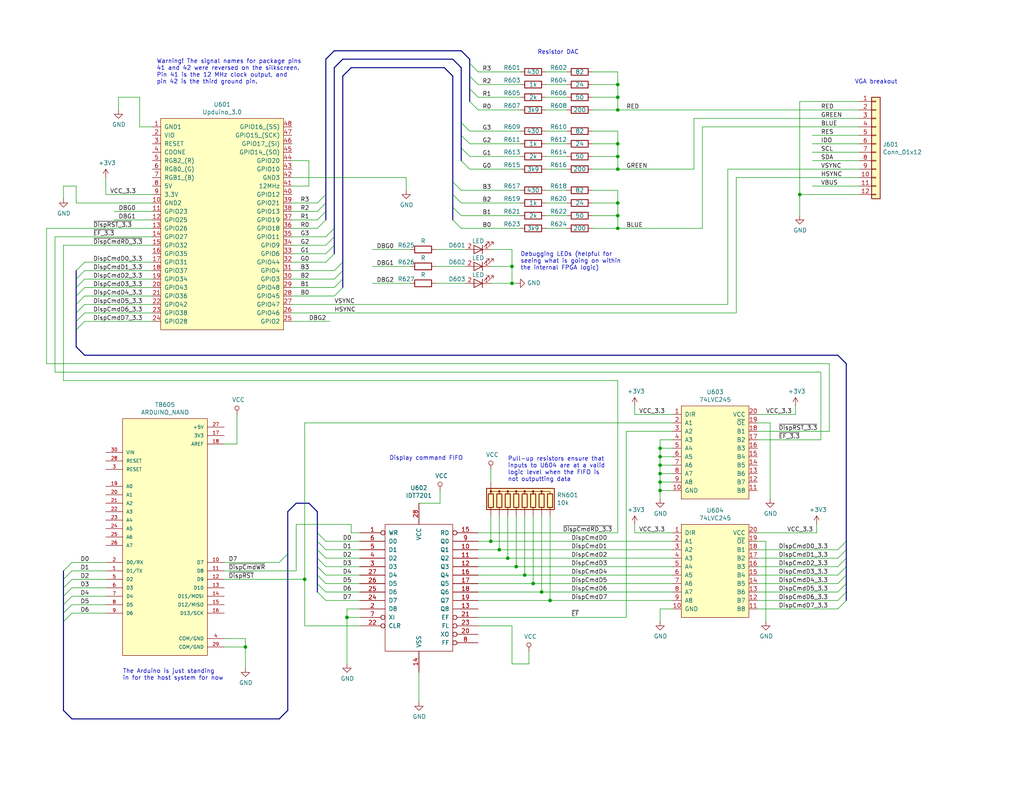
<source format=kicad_sch>
(kicad_sch (version 20211123) (generator eeschema)
  (paper "User" 307.34 237.49)
  (title_block (title "Display"))
  (lib_symbols
    (symbol "74LVC245:74LVC245" (pin_names (offset 1.016))
      (property "Reference" "U" (at 0 15.24 0))
      (property "Value" "74LVC245" (at 0 -16.51 0))
      (symbol "74LVC245_1_1"
        (pin input line (at -12.7 11.43 0) (length 2.54) (name "DIR") (number "1"))
        (pin power_in line (at -12.7 -11.43 0) (length 2.54) (name "GND") (number "10"))
        (pin bidirectional line (at 12.7 -11.43 180) (length 2.54) (name "B8") (number "11"))
        (pin bidirectional line (at 12.7 -8.89 180) (length 2.54) (name "B7") (number "12"))
        (pin bidirectional line (at 12.7 -6.35 180) (length 2.54) (name "B6") (number "13"))
        (pin bidirectional line (at 12.7 -3.81 180) (length 2.54) (name "B5") (number "14"))
        (pin bidirectional line (at 12.7 -1.27 180) (length 2.54) (name "B4") (number "15"))
        (pin bidirectional line (at 12.7 1.27 180) (length 2.54) (name "B3") (number "16"))
        (pin bidirectional line (at 12.7 3.81 180) (length 2.54) (name "B2") (number "17"))
        (pin bidirectional line (at 12.7 6.35 180) (length 2.54) (name "B1") (number "18"))
        (pin input line (at 12.7 8.89 180) (length 2.54) (name "~{OE}") (number "19"))
        (pin bidirectional line (at -12.7 8.89 0) (length 2.54) (name "A1") (number "2"))
        (pin power_in line (at 12.7 11.43 180) (length 2.54) (name "VCC") (number "20"))
        (pin bidirectional line (at -12.7 6.35 0) (length 2.54) (name "A2") (number "3"))
        (pin bidirectional line (at -12.7 3.81 0) (length 2.54) (name "A3") (number "4"))
        (pin bidirectional line (at -12.7 1.27 0) (length 2.54) (name "A4") (number "5"))
        (pin bidirectional line (at -12.7 -1.27 0) (length 2.54) (name "A5") (number "6"))
        (pin bidirectional line (at -12.7 -3.81 0) (length 2.54) (name "A6") (number "7"))
        (pin bidirectional line (at -12.7 -6.35 0) (length 2.54) (name "A7") (number "8"))
        (pin bidirectional line (at -12.7 -8.89 0) (length 2.54) (name "A8") (number "9"))
      )
    )
    (symbol "ARDUINO_NANO:ARDUINO_NANO" (pin_names (offset 1.016))
      (property "Reference" "TB" (at -1.27 36.83 0))
      (property "Value" "ARDUINO_NANO" (at -6.35 -38.1 0))
      (symbol "ARDUINO_NANO_0_0"
        (pin bidirectional line (at -17.78 -10.16 0) (length 5.08) (name "D1/TX") (number "1"))
        (pin bidirectional line (at 17.78 -7.62 180) (length 5.08) (name "D7") (number "10"))
        (pin bidirectional line (at 17.78 -10.16 180) (length 5.08) (name "D8") (number "11"))
        (pin bidirectional line (at 17.78 -12.7 180) (length 5.08) (name "D9") (number "12"))
        (pin bidirectional line (at 17.78 -15.24 180) (length 5.08) (name "D10") (number "13"))
        (pin bidirectional line (at 17.78 -17.78 180) (length 5.08) (name "D11/MOSI") (number "14"))
        (pin bidirectional line (at 17.78 -20.32 180) (length 5.08) (name "D12/MISO") (number "15"))
        (pin bidirectional line (at 17.78 -22.86 180) (length 5.08) (name "D13/SCK") (number "16"))
        (pin power_in line (at 17.78 30.48 180) (length 5.08) (name "3V3") (number "17"))
        (pin power_in line (at 17.78 27.94 180) (length 5.08) (name "AREF") (number "18"))
        (pin input line (at -17.78 15.24 0) (length 5.08) (name "A0") (number "19"))
        (pin bidirectional line (at -17.78 -7.62 0) (length 5.08) (name "D0/RX") (number "2"))
        (pin input line (at -17.78 12.7 0) (length 5.08) (name "A1") (number "20"))
        (pin input line (at -17.78 10.16 0) (length 5.08) (name "A2") (number "21"))
        (pin input line (at -17.78 7.62 0) (length 5.08) (name "A3") (number "22"))
        (pin input line (at -17.78 5.08 0) (length 5.08) (name "A4") (number "23"))
        (pin input line (at -17.78 2.54 0) (length 5.08) (name "A5") (number "24"))
        (pin input line (at -17.78 0 0) (length 5.08) (name "A6") (number "25"))
        (pin input line (at -17.78 -2.54 0) (length 5.08) (name "A7") (number "26"))
        (pin power_in line (at 17.78 33.02 180) (length 5.08) (name "+5V") (number "27"))
        (pin input line (at -17.78 22.86 0) (length 5.08) (name "RESET") (number "28"))
        (pin power_in line (at 17.78 -33.02 180) (length 5.08) (name "COM/GND") (number "29"))
        (pin input line (at -17.78 20.32 0) (length 5.08) (name "RESET") (number "3"))
        (pin input line (at -17.78 25.4 0) (length 5.08) (name "VIN") (number "30"))
        (pin power_in line (at 17.78 -30.48 180) (length 5.08) (name "COM/GND") (number "4"))
        (pin bidirectional line (at -17.78 -12.7 0) (length 5.08) (name "D2") (number "5"))
        (pin bidirectional line (at -17.78 -15.24 0) (length 5.08) (name "D3") (number "6"))
        (pin bidirectional line (at -17.78 -17.78 0) (length 5.08) (name "D4") (number "7"))
        (pin bidirectional line (at -17.78 -20.32 0) (length 5.08) (name "D5") (number "8"))
        (pin bidirectional line (at -17.78 -22.86 0) (length 5.08) (name "D6") (number "9"))
      )
    )
    (symbol "Connector_Generic:Conn_01x12" (pin_names (offset 1.016) hide)
      (property "Reference" "J" (at 0 15.24 0))
      (property "Value" "Conn_01x12" (at 0 -17.78 0))
      (symbol "Conn_01x12_1_1"
        (pin passive line (at -5.08 12.7 0) (length 3.81) (name "Pin_1") (number "1"))
        (pin passive line (at -5.08 -10.16 0) (length 3.81) (name "Pin_10") (number "10"))
        (pin passive line (at -5.08 -12.7 0) (length 3.81) (name "Pin_11") (number "11"))
        (pin passive line (at -5.08 -15.24 0) (length 3.81) (name "Pin_12") (number "12"))
        (pin passive line (at -5.08 10.16 0) (length 3.81) (name "Pin_2") (number "2"))
        (pin passive line (at -5.08 7.62 0) (length 3.81) (name "Pin_3") (number "3"))
        (pin passive line (at -5.08 5.08 0) (length 3.81) (name "Pin_4") (number "4"))
        (pin passive line (at -5.08 2.54 0) (length 3.81) (name "Pin_5") (number "5"))
        (pin passive line (at -5.08 0 0) (length 3.81) (name "Pin_6") (number "6"))
        (pin passive line (at -5.08 -2.54 0) (length 3.81) (name "Pin_7") (number "7"))
        (pin passive line (at -5.08 -5.08 0) (length 3.81) (name "Pin_8") (number "8"))
        (pin passive line (at -5.08 -7.62 0) (length 3.81) (name "Pin_9") (number "9"))
      )
    )
    (symbol "Upduino_3.0:Upduino_3.0" (pin_names (offset 1.016))
      (property "Reference" "U" (at 0 -1.27 0))
      (property "Value" "Upduino_3.0" (at 0 1.27 0))
      (symbol "Upduino_3.0_1_1"
        (pin power_in line (at -21.59 -5.08 0) (length 2.54) (name "GND1") (number "1"))
        (pin power_in line (at -21.59 -27.94 0) (length 2.54) (name "GND2") (number "10"))
        (pin bidirectional line (at -21.59 -30.48 0) (length 2.54) (name "GPIO23") (number "11"))
        (pin bidirectional line (at -21.59 -33.02 0) (length 2.54) (name "GPIO25") (number "12"))
        (pin bidirectional line (at -21.59 -35.56 0) (length 2.54) (name "GPIO26") (number "13"))
        (pin bidirectional line (at -21.59 -38.1 0) (length 2.54) (name "GPIO27") (number "14"))
        (pin bidirectional line (at -21.59 -40.64 0) (length 2.54) (name "GPIO32") (number "15"))
        (pin bidirectional line (at -21.59 -43.18 0) (length 2.54) (name "GPIO35") (number "16"))
        (pin bidirectional line (at -21.59 -45.72 0) (length 2.54) (name "GPIO31") (number "17"))
        (pin bidirectional line (at -21.59 -48.26 0) (length 2.54) (name "GPIO37") (number "18"))
        (pin bidirectional line (at -21.59 -50.8 0) (length 2.54) (name "GPIO34") (number "19"))
        (pin power_in line (at -21.59 -7.62 0) (length 2.54) (name "VIO") (number "2"))
        (pin bidirectional line (at -21.59 -53.34 0) (length 2.54) (name "GPIO43") (number "20"))
        (pin bidirectional line (at -21.59 -55.88 0) (length 2.54) (name "GPIO36") (number "21"))
        (pin bidirectional line (at -21.59 -58.42 0) (length 2.54) (name "GPIO42") (number "22"))
        (pin bidirectional line (at -21.59 -60.96 0) (length 2.54) (name "GPIO38") (number "23"))
        (pin bidirectional line (at -21.59 -63.5 0) (length 2.54) (name "GPIO28") (number "24"))
        (pin bidirectional line (at 20.32 -63.5 180) (length 2.54) (name "GPIO2") (number "25"))
        (pin bidirectional line (at 20.32 -60.96 180) (length 2.54) (name "GPIO46") (number "26"))
        (pin bidirectional line (at 20.32 -58.42 180) (length 2.54) (name "GPIO47") (number "27"))
        (pin bidirectional line (at 20.32 -55.88 180) (length 2.54) (name "GPIO45") (number "28"))
        (pin bidirectional line (at 20.32 -53.34 180) (length 2.54) (name "GPIO48") (number "29"))
        (pin bidirectional line (at -21.59 -10.16 0) (length 2.54) (name "RESET") (number "3"))
        (pin bidirectional line (at 20.32 -50.8 180) (length 2.54) (name "GPIO3") (number "30"))
        (pin bidirectional line (at 20.32 -48.26 180) (length 2.54) (name "GPIO4") (number "31"))
        (pin bidirectional line (at 20.32 -45.72 180) (length 2.54) (name "GPIO44") (number "32"))
        (pin bidirectional line (at 20.32 -43.18 180) (length 2.54) (name "GPIO6") (number "33"))
        (pin bidirectional line (at 20.32 -40.64 180) (length 2.54) (name "GPIO9") (number "34"))
        (pin bidirectional line (at 20.32 -38.1 180) (length 2.54) (name "GPIO11") (number "35"))
        (pin bidirectional line (at 20.32 -35.56 180) (length 2.54) (name "GPIO18") (number "36"))
        (pin bidirectional line (at 20.32 -33.02 180) (length 2.54) (name "GPIO19") (number "37"))
        (pin bidirectional line (at 20.32 -30.48 180) (length 2.54) (name "GPIO13") (number "38"))
        (pin bidirectional line (at 20.32 -27.94 180) (length 2.54) (name "GPIO21") (number "39"))
        (pin bidirectional line (at -21.59 -12.7 0) (length 2.54) (name "CDONE") (number "4"))
        (pin bidirectional line (at 20.32 -25.4 180) (length 2.54) (name "GPIO12") (number "40"))
        (pin output line (at 20.32 -22.86 180) (length 2.54) (name "12MHz") (number "41"))
        (pin power_in line (at 20.32 -20.32 180) (length 2.54) (name "GND3") (number "42"))
        (pin bidirectional line (at 20.32 -17.78 180) (length 2.54) (name "GPIO10") (number "43"))
        (pin bidirectional line (at 20.32 -15.24 180) (length 2.54) (name "GPIO20") (number "44"))
        (pin bidirectional line (at 20.32 -12.7 180) (length 2.54) (name "GPIO14_(SO)") (number "45"))
        (pin bidirectional line (at 20.32 -10.16 180) (length 2.54) (name "GPIO17_(SI)") (number "46"))
        (pin bidirectional line (at 20.32 -7.62 180) (length 2.54) (name "GPIO15_(SCK)") (number "47"))
        (pin bidirectional line (at 20.32 -5.08 180) (length 2.54) (name "GPIO16_(SS)") (number "48"))
        (pin output line (at -21.59 -15.24 0) (length 2.54) (name "RGB2_(R)") (number "5"))
        (pin output line (at -21.59 -17.78 0) (length 2.54) (name "RGB0_(G)") (number "6"))
        (pin output line (at -21.59 -20.32 0) (length 2.54) (name "RGB1_(B)") (number "7"))
        (pin power_in line (at -21.59 -22.86 0) (length 2.54) (name "5V") (number "8"))
        (pin power_out line (at -21.59 -25.4 0) (length 2.54) (name "3.3V") (number "9"))
      )
    )
    (symbol "device:LED" (pin_names (offset 1.016) hide)
      (property "Reference" "D" (at 0 2.54 0))
      (property "Value" "LED" (at 0 -2.54 0))
      (symbol "LED_1_1"
        (pin passive line (at -3.81 0 0) (length 2.54) (name "K") (number "1"))
        (pin passive line (at 3.81 0 180) (length 2.54) (name "A") (number "2"))
      )
    )
    (symbol "device:R" (pin_numbers hide) (pin_names (offset 0))
      (property "Reference" "R" (at 2.032 0 90))
      (property "Value" "R" (at 0 0 90))
      (symbol "R_1_1"
        (pin passive line (at 0 3.81 270) (length 1.27) (name "~") (number "1"))
        (pin passive line (at 0 -3.81 90) (length 1.27) (name "~") (number "2"))
      )
    )
    (symbol "device:R_Network08" (pin_numbers hide) (pin_names (offset 0) hide)
      (property "Reference" "RN" (at -12.7 0 90))
      (property "Value" "R_Network08" (at 10.16 0 90))
      (symbol "R_Network08_1_1"
        (pin passive line (at -10.16 5.08 270) (length 2.54) (name "common") (number "1"))
        (pin passive line (at -10.16 -5.08 90) (length 2.54) (name "R1") (number "2"))
        (pin passive line (at -7.62 -5.08 90) (length 2.54) (name "R2") (number "3"))
        (pin passive line (at -5.08 -5.08 90) (length 2.54) (name "R3") (number "4"))
        (pin passive line (at -2.54 -5.08 90) (length 2.54) (name "R4") (number "5"))
        (pin passive line (at 0 -5.08 90) (length 2.54) (name "R5") (number "6"))
        (pin passive line (at 2.54 -5.08 90) (length 2.54) (name "R6") (number "7"))
        (pin passive line (at 5.08 -5.08 90) (length 2.54) (name "R7") (number "8"))
        (pin passive line (at 7.62 -5.08 90) (length 2.54) (name "R8") (number "9"))
      )
    )
    (symbol "memory:IDT7201" (pin_names (offset 1.016))
      (property "Reference" "U" (at 0 2.54 0))
      (property "Value" "IDT7201" (at 0 -2.54 0))
      (symbol "IDT7201_1_1"
        (pin input inverted (at -17.78 16.51 0) (length 7.62) (name "WR") (number "1"))
        (pin tri_state line (at 17.78 11.43 180) (length 7.62) (name "Q1") (number "10"))
        (pin tri_state line (at 17.78 8.89 180) (length 7.62) (name "Q2") (number "11"))
        (pin tri_state line (at 17.78 6.35 180) (length 7.62) (name "Q3") (number "12"))
        (pin tri_state line (at 17.78 -6.35 180) (length 7.62) (name "Q8") (number "13"))
        (pin input line (at 0 -25.4 90) (length 6.35) (name "VSS") (number "14"))
        (pin input inverted (at 17.78 16.51 180) (length 7.62) (name "RD") (number "15"))
        (pin tri_state line (at 17.78 3.81 180) (length 7.62) (name "Q4") (number "16"))
        (pin tri_state line (at 17.78 1.27 180) (length 7.62) (name "Q5") (number "17"))
        (pin tri_state line (at 17.78 -1.27 180) (length 7.62) (name "Q6") (number "18"))
        (pin tri_state line (at 17.78 -3.81 180) (length 7.62) (name "Q7") (number "19"))
        (pin input line (at -17.78 -6.35 0) (length 7.62) (name "D8") (number "2"))
        (pin input inverted (at 17.78 -13.97 180) (length 7.62) (name "XO") (number "20"))
        (pin output inverted (at 17.78 -8.89 180) (length 7.62) (name "EF") (number "21"))
        (pin input inverted (at -17.78 -11.43 0) (length 7.62) (name "CLR") (number "22"))
        (pin input inverted (at 17.78 -11.43 180) (length 7.62) (name "FL") (number "23"))
        (pin input line (at -17.78 -3.81 0) (length 7.62) (name "D7") (number "24"))
        (pin input line (at -17.78 -1.27 0) (length 7.62) (name "D6") (number "25"))
        (pin input line (at -17.78 1.27 0) (length 7.62) (name "D5") (number "26"))
        (pin input line (at -17.78 3.81 0) (length 7.62) (name "D4") (number "27"))
        (pin input line (at 0 25.4 270) (length 6.35) (name "VCC") (number "28"))
        (pin input line (at -17.78 6.35 0) (length 7.62) (name "D3") (number "3"))
        (pin input line (at -17.78 8.89 0) (length 7.62) (name "D2") (number "4"))
        (pin input line (at -17.78 11.43 0) (length 7.62) (name "D1") (number "5"))
        (pin input line (at -17.78 13.97 0) (length 7.62) (name "D0") (number "6"))
        (pin input inverted (at -17.78 -8.89 0) (length 7.62) (name "XI") (number "7"))
        (pin output inverted (at 17.78 -16.51 180) (length 7.62) (name "FF") (number "8"))
        (pin tri_state line (at 17.78 13.97 180) (length 7.62) (name "Q0") (number "9"))
      )
    )
    (symbol "power:+3V3" (power) (pin_names (offset 0))
      (property "Value" "+3V3" (at 0 3.556 0))
      (symbol "+3V3_1_1"
        (pin power_in line (at 0 0 90) (length 0) hide (name "+3V3") (number "1"))
      )
    )
    (symbol "power:GND" (power) (pin_names (offset 0))
      (property "Value" "GND" (at 0 -3.81 0))
      (symbol "GND_1_1"
        (pin power_in line (at 0 0 270) (length 0) hide (name "GND") (number "1"))
      )
    )
    (symbol "power:VCC" (power) (pin_names (offset 0))
      (property "Value" "VCC" (at 0 3.81 0))
      (symbol "VCC_1_1"
        (pin power_in line (at 0 0 90) (length 0) hide (name "VCC") (number "1"))
      )
    )
  )
  (junction (at 240.03 58.42))
  (junction (at 149.86 165.1))
  (junction (at 91.44 173.99))
  (junction (at 160.02 175.26))
  (junction (at 185.42 46.99))
  (junction (at 185.42 29.21))
  (junction (at 185.42 25.4))
  (junction (at 154.94 170.18))
  (junction (at 153.67 80.01))
  (junction (at 185.42 33.02))
  (junction (at 198.12 137.16))
  (junction (at 198.12 134.62))
  (junction (at 73.66 194.31))
  (junction (at 198.12 147.32))
  (junction (at 185.42 60.96))
  (junction (at 153.67 85.09))
  (junction (at 165.1 180.34))
  (junction (at 157.48 172.72))
  (junction (at 198.12 139.7))
  (junction (at 104.14 185.42))
  (junction (at 185.42 64.77))
  (junction (at 162.56 177.8))
  (junction (at 185.42 50.8))
  (junction (at 198.12 142.24))
  (junction (at 198.12 144.78))
  (junction (at 152.4 167.64))
  (junction (at 185.42 68.58))
  (junction (at 185.42 43.18))
  (junction (at 147.32 162.56))
  (bus_entry (at 95.25 165.1) (size 2.54 2.54))
  (bus_entry (at 251.46 177.8) (size 2.54 -2.54))
  (bus_entry (at 251.46 170.18) (size 2.54 -2.54))
  (bus_entry (at 251.46 167.64) (size 2.54 -2.54))
  (bus_entry (at 95.25 167.64) (size 2.54 2.54))
  (bus_entry (at 135.89 58.42) (size 2.54 2.54))
  (bus_entry (at 22.86 93.98) (size 2.54 -2.54))
  (bus_entry (at 140.97 30.48) (size 2.54 2.54))
  (bus_entry (at 97.79 78.74) (size 2.54 -2.54))
  (bus_entry (at 95.25 63.5) (size 2.54 -2.54))
  (bus_entry (at 97.79 71.12) (size 2.54 -2.54))
  (bus_entry (at 251.46 172.72) (size 2.54 -2.54))
  (bus_entry (at 95.25 160.02) (size 2.54 2.54))
  (bus_entry (at 95.25 60.96) (size 2.54 -2.54))
  (bus_entry (at 140.97 22.86) (size 2.54 2.54))
  (bus_entry (at 135.89 62.23) (size 2.54 2.54))
  (bus_entry (at 251.46 180.34) (size 2.54 -2.54))
  (bus_entry (at 95.25 66.04) (size 2.54 -2.54))
  (bus_entry (at 97.79 73.66) (size 2.54 -2.54))
  (bus_entry (at 22.86 88.9) (size 2.54 -2.54))
  (bus_entry (at 140.97 26.67) (size 2.54 2.54))
  (bus_entry (at 22.86 81.28) (size 2.54 -2.54))
  (bus_entry (at 97.79 76.2) (size 2.54 -2.54))
  (bus_entry (at 22.86 86.36) (size 2.54 -2.54))
  (bus_entry (at 138.43 36.83) (size 2.54 2.54))
  (bus_entry (at 83.82 168.91) (size 2.54 -2.54))
  (bus_entry (at 19.05 181.61) (size 2.54 -2.54))
  (bus_entry (at 251.46 182.88) (size 2.54 -2.54))
  (bus_entry (at 138.43 44.45) (size 2.54 2.54))
  (bus_entry (at 138.43 48.26) (size 2.54 2.54))
  (bus_entry (at 100.33 83.82) (size 2.54 -2.54))
  (bus_entry (at 19.05 173.99) (size 2.54 -2.54))
  (bus_entry (at 95.25 172.72) (size 2.54 2.54))
  (bus_entry (at 140.97 19.05) (size 2.54 2.54))
  (bus_entry (at 100.33 86.36) (size 2.54 -2.54))
  (bus_entry (at 100.33 81.28) (size 2.54 -2.54))
  (bus_entry (at 135.89 54.61) (size 2.54 2.54))
  (bus_entry (at 22.86 91.44) (size 2.54 -2.54))
  (bus_entry (at 251.46 165.1) (size 2.54 -2.54))
  (bus_entry (at 22.86 99.06) (size 2.54 -2.54))
  (bus_entry (at 19.05 184.15) (size 2.54 -2.54))
  (bus_entry (at 95.25 170.18) (size 2.54 2.54))
  (bus_entry (at 95.25 68.58) (size 2.54 -2.54))
  (bus_entry (at 135.89 66.04) (size 2.54 2.54))
  (bus_entry (at 95.25 177.8) (size 2.54 2.54))
  (bus_entry (at 22.86 83.82) (size 2.54 -2.54))
  (bus_entry (at 19.05 176.53) (size 2.54 -2.54))
  (bus_entry (at 22.86 96.52) (size 2.54 -2.54))
  (bus_entry (at 100.33 88.9) (size 2.54 -2.54))
  (bus_entry (at 19.05 186.69) (size 2.54 -2.54))
  (bus_entry (at 138.43 40.64) (size 2.54 2.54))
  (bus_entry (at 95.25 175.26) (size 2.54 2.54))
  (bus_entry (at 95.25 162.56) (size 2.54 2.54))
  (bus_entry (at 19.05 171.45) (size 2.54 -2.54))
  (bus_entry (at 251.46 175.26) (size 2.54 -2.54))
  (bus_entry (at 19.05 179.07) (size 2.54 -2.54))
  (wire (pts (xy 238.76 124.46) (xy 227.33 124.46)))
  (wire (pts (xy 246.38 132.08) (xy 246.38 111.76)))
  (wire (pts (xy 107.95 167.64) (xy 97.79 167.64)))
  (wire (pts (xy 111.76 80.01) (xy 123.19 80.01)))
  (wire (pts (xy 87.63 53.34) (xy 121.92 53.34)))
  (wire (pts (xy 45.72 88.9) (xy 25.4 88.9)))
  (wire (pts (xy 257.81 38.1) (xy 210.82 38.1)))
  (wire (pts (xy 185.42 29.21) (xy 177.8 29.21)))
  (bus (pts (xy 95.25 162.56) (xy 95.25 165.1)))
  (wire (pts (xy 163.83 43.18) (xy 170.18 43.18)))
  (wire (pts (xy 198.12 139.7) (xy 198.12 142.24)))
  (bus (pts (xy 100.33 20.32) (xy 100.33 68.58)))
  (bus (pts (xy 95.25 170.18) (xy 95.25 172.72)))
  (wire (pts (xy 198.12 147.32) (xy 198.12 149.86)))
  (wire (pts (xy 158.75 199.39) (xy 158.75 195.58)))
  (wire (pts (xy 143.51 187.96) (xy 153.67 187.96)))
  (wire (pts (xy 87.63 60.96) (xy 95.25 60.96)))
  (wire (pts (xy 185.42 25.4) (xy 185.42 29.21)))
  (wire (pts (xy 210.82 38.1) (xy 210.82 68.58)))
  (wire (pts (xy 87.63 73.66) (xy 97.79 73.66)))
  (wire (pts (xy 208.28 35.56) (xy 208.28 50.8)))
  (bus (pts (xy 135.89 17.78) (xy 138.43 20.32)))
  (wire (pts (xy 111.76 85.09) (xy 123.19 85.09)))
  (wire (pts (xy 45.72 91.44) (xy 25.4 91.44)))
  (wire (pts (xy 227.33 177.8) (xy 251.46 177.8)))
  (bus (pts (xy 95.25 167.64) (xy 95.25 170.18)))
  (wire (pts (xy 41.91 38.1) (xy 41.91 29.21)))
  (wire (pts (xy 165.1 154.94) (xy 165.1 180.34)))
  (wire (pts (xy 163.83 64.77) (xy 170.18 64.77)))
  (wire (pts (xy 73.66 191.77) (xy 73.66 194.31)))
  (bus (pts (xy 138.43 44.45) (xy 138.43 48.26)))
  (wire (pts (xy 87.63 76.2) (xy 97.79 76.2)))
  (wire (pts (xy 87.63 66.04) (xy 95.25 66.04)))
  (wire (pts (xy 13.97 109.22) (xy 13.97 68.58)))
  (wire (pts (xy 185.42 60.96) (xy 177.8 60.96)))
  (wire (pts (xy 220.98 53.34) (xy 220.98 93.98)))
  (wire (pts (xy 91.44 187.96) (xy 107.95 187.96)))
  (bus (pts (xy 102.87 22.86) (xy 102.87 78.74)))
  (bus (pts (xy 102.87 83.82) (xy 102.87 86.36)))
  (wire (pts (xy 227.33 170.18) (xy 251.46 170.18)))
  (wire (pts (xy 163.83 68.58) (xy 170.18 68.58)))
  (bus (pts (xy 138.43 36.83) (xy 138.43 40.64)))
  (wire (pts (xy 201.93 177.8) (xy 162.56 177.8)))
  (bus (pts (xy 254 175.26) (xy 254 177.8)))
  (wire (pts (xy 201.93 180.34) (xy 165.1 180.34)))
  (wire (pts (xy 201.93 134.62) (xy 198.12 134.62)))
  (bus (pts (xy 86.36 153.67) (xy 86.36 166.37)))
  (wire (pts (xy 201.93 132.08) (xy 198.12 132.08)))
  (bus (pts (xy 100.33 73.66) (xy 100.33 76.2)))
  (wire (pts (xy 143.51 185.42) (xy 187.96 185.42)))
  (wire (pts (xy 22.86 60.96) (xy 22.86 55.88)))
  (wire (pts (xy 87.63 71.12) (xy 97.79 71.12)))
  (wire (pts (xy 246.38 111.76) (xy 16.51 111.76)))
  (wire (pts (xy 125.73 151.13) (xy 132.08 151.13)))
  (wire (pts (xy 138.43 57.15) (xy 156.21 57.15)))
  (wire (pts (xy 163.83 21.59) (xy 170.18 21.59)))
  (wire (pts (xy 185.42 64.77) (xy 185.42 68.58)))
  (wire (pts (xy 147.32 74.93) (xy 153.67 74.93)))
  (wire (pts (xy 227.33 182.88) (xy 251.46 182.88)))
  (wire (pts (xy 138.43 60.96) (xy 156.21 60.96)))
  (wire (pts (xy 19.05 114.3) (xy 19.05 73.66)))
  (wire (pts (xy 185.42 160.02) (xy 185.42 114.3)))
  (wire (pts (xy 201.93 147.32) (xy 198.12 147.32)))
  (wire (pts (xy 154.94 154.94) (xy 154.94 170.18)))
  (wire (pts (xy 87.63 86.36) (xy 100.33 86.36)))
  (wire (pts (xy 152.4 167.64) (xy 143.51 167.64)))
  (bus (pts (xy 251.46 106.68) (xy 25.4 106.68)))
  (bus (pts (xy 97.79 17.78) (xy 100.33 15.24)))
  (wire (pts (xy 149.86 165.1) (xy 143.51 165.1)))
  (wire (pts (xy 19.05 55.88) (xy 19.05 59.69)))
  (wire (pts (xy 149.86 154.94) (xy 149.86 165.1)))
  (wire (pts (xy 153.67 199.39) (xy 158.75 199.39)))
  (bus (pts (xy 19.05 186.69) (xy 19.05 213.36)))
  (wire (pts (xy 31.75 168.91) (xy 21.59 168.91)))
  (wire (pts (xy 67.31 173.99) (xy 91.44 173.99)))
  (bus (pts (xy 97.79 17.78) (xy 97.79 58.42)))
  (wire (pts (xy 218.44 50.8) (xy 218.44 91.44)))
  (bus (pts (xy 22.86 99.06) (xy 22.86 104.14)))
  (wire (pts (xy 31.75 181.61) (xy 21.59 181.61)))
  (wire (pts (xy 257.81 45.72) (xy 243.84 45.72)))
  (wire (pts (xy 163.83 46.99) (xy 170.18 46.99)))
  (bus (pts (xy 95.25 172.72) (xy 95.25 175.26)))
  (wire (pts (xy 45.72 81.28) (xy 25.4 81.28)))
  (wire (pts (xy 201.93 129.54) (xy 187.96 129.54)))
  (wire (pts (xy 257.81 50.8) (xy 218.44 50.8)))
  (wire (pts (xy 138.43 64.77) (xy 156.21 64.77)))
  (bus (pts (xy 86.36 166.37) (xy 86.36 213.36)))
  (bus (pts (xy 92.71 151.13) (xy 95.25 153.67)))
  (wire (pts (xy 185.42 21.59) (xy 185.42 25.4)))
  (bus (pts (xy 140.97 17.78) (xy 140.97 19.05)))
  (wire (pts (xy 107.95 180.34) (xy 97.79 180.34)))
  (wire (pts (xy 201.93 162.56) (xy 147.32 162.56)))
  (wire (pts (xy 140.97 50.8) (xy 156.21 50.8)))
  (wire (pts (xy 157.48 154.94) (xy 157.48 172.72)))
  (wire (pts (xy 105.41 160.02) (xy 107.95 160.02)))
  (wire (pts (xy 153.67 80.01) (xy 153.67 85.09)))
  (wire (pts (xy 227.33 175.26) (xy 251.46 175.26)))
  (wire (pts (xy 87.63 55.88) (xy 92.71 55.88)))
  (bus (pts (xy 92.71 151.13) (xy 88.9 151.13)))
  (wire (pts (xy 19.05 73.66) (xy 45.72 73.66)))
  (wire (pts (xy 45.72 78.74) (xy 25.4 78.74)))
  (wire (pts (xy 187.96 129.54) (xy 187.96 185.42)))
  (bus (pts (xy 19.05 173.99) (xy 19.05 176.53)))
  (bus (pts (xy 95.25 175.26) (xy 95.25 177.8)))
  (wire (pts (xy 125.73 201.93) (xy 125.73 210.82)))
  (wire (pts (xy 104.14 182.88) (xy 104.14 185.42)))
  (bus (pts (xy 140.97 19.05) (xy 140.97 22.86)))
  (bus (pts (xy 19.05 184.15) (xy 19.05 186.69)))
  (wire (pts (xy 147.32 162.56) (xy 143.51 162.56)))
  (wire (pts (xy 240.03 58.42) (xy 240.03 64.77)))
  (wire (pts (xy 201.93 139.7) (xy 198.12 139.7)))
  (wire (pts (xy 185.42 39.37) (xy 185.42 43.18)))
  (wire (pts (xy 67.31 194.31) (xy 73.66 194.31)))
  (wire (pts (xy 162.56 177.8) (xy 143.51 177.8)))
  (wire (pts (xy 160.02 175.26) (xy 143.51 175.26)))
  (wire (pts (xy 185.42 50.8) (xy 208.28 50.8)))
  (wire (pts (xy 16.51 111.76) (xy 16.51 71.12)))
  (wire (pts (xy 22.86 60.96) (xy 45.72 60.96)))
  (bus (pts (xy 133.35 20.32) (xy 135.89 22.86)))
  (wire (pts (xy 91.44 173.99) (xy 91.44 187.96)))
  (wire (pts (xy 185.42 50.8) (xy 177.8 50.8)))
  (wire (pts (xy 87.63 68.58) (xy 95.25 68.58)))
  (wire (pts (xy 231.14 127) (xy 231.14 149.86)))
  (wire (pts (xy 198.12 144.78) (xy 198.12 147.32)))
  (wire (pts (xy 147.32 154.94) (xy 147.32 162.56)))
  (wire (pts (xy 140.97 39.37) (xy 156.21 39.37)))
  (wire (pts (xy 88.9 171.45) (xy 67.31 171.45)))
  (wire (pts (xy 143.51 160.02) (xy 185.42 160.02)))
  (wire (pts (xy 45.72 66.04) (xy 34.29 66.04)))
  (wire (pts (xy 185.42 114.3) (xy 19.05 114.3)))
  (wire (pts (xy 67.31 133.35) (xy 71.12 133.35)))
  (wire (pts (xy 87.63 63.5) (xy 95.25 63.5)))
  (bus (pts (xy 83.82 215.9) (xy 86.36 213.36)))
  (wire (pts (xy 227.33 127) (xy 231.14 127)))
  (wire (pts (xy 88.9 157.48) (xy 105.41 157.48)))
  (bus (pts (xy 254 172.72) (xy 254 175.26)))
  (bus (pts (xy 22.86 81.28) (xy 22.86 83.82)))
  (wire (pts (xy 185.42 64.77) (xy 177.8 64.77)))
  (bus (pts (xy 254 165.1) (xy 254 167.64)))
  (wire (pts (xy 201.93 124.46) (xy 190.5 124.46)))
  (bus (pts (xy 22.86 91.44) (xy 22.86 93.98)))
  (wire (pts (xy 185.42 25.4) (xy 177.8 25.4)))
  (wire (pts (xy 185.42 43.18) (xy 185.42 46.99)))
  (wire (pts (xy 140.97 46.99) (xy 156.21 46.99)))
  (wire (pts (xy 67.31 168.91) (xy 83.82 168.91)))
  (wire (pts (xy 45.72 93.98) (xy 25.4 93.98)))
  (wire (pts (xy 201.93 172.72) (xy 157.48 172.72)))
  (wire (pts (xy 107.95 177.8) (xy 97.79 177.8)))
  (wire (pts (xy 238.76 121.92) (xy 238.76 124.46)))
  (wire (pts (xy 201.93 167.64) (xy 152.4 167.64)))
  (bus (pts (xy 254 167.64) (xy 254 170.18)))
  (wire (pts (xy 31.75 173.99) (xy 21.59 173.99)))
  (bus (pts (xy 105.41 20.32) (xy 133.35 20.32)))
  (bus (pts (xy 97.79 58.42) (xy 97.79 60.96)))
  (bus (pts (xy 135.89 22.86) (xy 135.89 54.61)))
  (wire (pts (xy 198.12 137.16) (xy 198.12 139.7)))
  (wire (pts (xy 163.83 25.4) (xy 170.18 25.4)))
  (bus (pts (xy 254 170.18) (xy 254 172.72)))
  (wire (pts (xy 245.11 157.48) (xy 245.11 160.02)))
  (wire (pts (xy 163.83 29.21) (xy 170.18 29.21)))
  (bus (pts (xy 86.36 153.67) (xy 88.9 151.13)))
  (wire (pts (xy 185.42 57.15) (xy 185.42 60.96)))
  (wire (pts (xy 201.93 160.02) (xy 190.5 160.02)))
  (wire (pts (xy 160.02 154.94) (xy 160.02 175.26)))
  (wire (pts (xy 147.32 80.01) (xy 153.67 80.01)))
  (wire (pts (xy 201.93 182.88) (xy 198.12 182.88)))
  (bus (pts (xy 102.87 81.28) (xy 102.87 83.82)))
  (wire (pts (xy 185.42 21.59) (xy 177.8 21.59)))
  (wire (pts (xy 198.12 142.24) (xy 198.12 144.78)))
  (wire (pts (xy 138.43 68.58) (xy 156.21 68.58)))
  (wire (pts (xy 71.12 133.35) (xy 71.12 124.46)))
  (wire (pts (xy 201.93 170.18) (xy 154.94 170.18)))
  (wire (pts (xy 157.48 172.72) (xy 143.51 172.72)))
  (wire (pts (xy 22.86 55.88) (xy 19.05 55.88)))
  (bus (pts (xy 22.86 88.9) (xy 22.86 91.44)))
  (bus (pts (xy 254 162.56) (xy 254 165.1)))
  (wire (pts (xy 31.75 179.07) (xy 21.59 179.07)))
  (wire (pts (xy 147.32 85.09) (xy 153.67 85.09)))
  (bus (pts (xy 97.79 60.96) (xy 97.79 63.5)))
  (bus (pts (xy 19.05 181.61) (xy 19.05 184.15)))
  (wire (pts (xy 105.41 157.48) (xy 105.41 160.02)))
  (wire (pts (xy 87.63 83.82) (xy 100.33 83.82)))
  (bus (pts (xy 251.46 106.68) (xy 254 109.22)))
  (bus (pts (xy 135.89 62.23) (xy 135.89 66.04)))
  (wire (pts (xy 107.95 162.56) (xy 97.79 162.56)))
  (wire (pts (xy 257.81 48.26) (xy 243.84 48.26)))
  (bus (pts (xy 22.86 96.52) (xy 22.86 99.06)))
  (wire (pts (xy 31.75 58.42) (xy 45.72 58.42)))
  (wire (pts (xy 201.93 137.16) (xy 198.12 137.16)))
  (bus (pts (xy 97.79 63.5) (xy 97.79 66.04)))
  (wire (pts (xy 163.83 50.8) (xy 170.18 50.8)))
  (wire (pts (xy 163.83 39.37) (xy 170.18 39.37)))
  (wire (pts (xy 185.42 39.37) (xy 177.8 39.37)))
  (wire (pts (xy 163.83 57.15) (xy 170.18 57.15)))
  (wire (pts (xy 227.33 132.08) (xy 246.38 132.08)))
  (wire (pts (xy 165.1 180.34) (xy 143.51 180.34)))
  (wire (pts (xy 132.08 151.13) (xy 132.08 147.32)))
  (wire (pts (xy 190.5 157.48) (xy 190.5 160.02)))
  (bus (pts (xy 135.89 58.42) (xy 135.89 62.23)))
  (bus (pts (xy 140.97 26.67) (xy 140.97 30.48)))
  (wire (pts (xy 227.33 165.1) (xy 251.46 165.1)))
  (wire (pts (xy 185.42 57.15) (xy 177.8 57.15)))
  (wire (pts (xy 45.72 38.1) (xy 41.91 38.1)))
  (wire (pts (xy 240.03 30.48) (xy 240.03 58.42)))
  (bus (pts (xy 19.05 176.53) (xy 19.05 179.07)))
  (wire (pts (xy 257.81 55.88) (xy 243.84 55.88)))
  (wire (pts (xy 162.56 154.94) (xy 162.56 177.8)))
  (wire (pts (xy 91.44 127) (xy 91.44 173.99)))
  (bus (pts (xy 138.43 15.24) (xy 140.97 17.78)))
  (wire (pts (xy 35.56 29.21) (xy 35.56 33.02)))
  (bus (pts (xy 19.05 171.45) (xy 19.05 173.99)))
  (wire (pts (xy 257.81 35.56) (xy 208.28 35.56)))
  (wire (pts (xy 201.93 127) (xy 91.44 127)))
  (wire (pts (xy 185.42 43.18) (xy 177.8 43.18)))
  (bus (pts (xy 95.25 160.02) (xy 95.25 162.56)))
  (wire (pts (xy 92.71 48.26) (xy 87.63 48.26)))
  (wire (pts (xy 87.63 78.74) (xy 97.79 78.74)))
  (wire (pts (xy 227.33 180.34) (xy 251.46 180.34)))
  (bus (pts (xy 19.05 179.07) (xy 19.05 181.61)))
  (bus (pts (xy 138.43 40.64) (xy 138.43 44.45)))
  (wire (pts (xy 45.72 96.52) (xy 25.4 96.52)))
  (wire (pts (xy 107.95 170.18) (xy 97.79 170.18)))
  (wire (pts (xy 130.81 85.09) (xy 139.7 85.09)))
  (bus (pts (xy 254 177.8) (xy 254 180.34)))
  (wire (pts (xy 31.75 176.53) (xy 21.59 176.53)))
  (wire (pts (xy 67.31 191.77) (xy 73.66 191.77)))
  (wire (pts (xy 240.03 30.48) (xy 257.81 30.48)))
  (bus (pts (xy 102.87 17.78) (xy 135.89 17.78)))
  (wire (pts (xy 154.94 170.18) (xy 143.51 170.18)))
  (wire (pts (xy 45.72 83.82) (xy 25.4 83.82)))
  (bus (pts (xy 254 109.22) (xy 254 162.56)))
  (bus (pts (xy 83.82 215.9) (xy 21.59 215.9)))
  (bus (pts (xy 100.33 68.58) (xy 100.33 71.12)))
  (wire (pts (xy 248.92 129.54) (xy 248.92 109.22)))
  (wire (pts (xy 201.93 165.1) (xy 149.86 165.1)))
  (bus (pts (xy 95.25 153.67) (xy 95.25 160.02)))
  (wire (pts (xy 88.9 157.48) (xy 88.9 171.45)))
  (bus (pts (xy 100.33 20.32) (xy 102.87 17.78)))
  (wire (pts (xy 13.97 68.58) (xy 45.72 68.58)))
  (wire (pts (xy 198.12 134.62) (xy 198.12 137.16)))
  (wire (pts (xy 163.83 33.02) (xy 170.18 33.02)))
  (wire (pts (xy 198.12 182.88) (xy 198.12 186.69)))
  (wire (pts (xy 87.63 81.28) (xy 100.33 81.28)))
  (wire (pts (xy 31.75 184.15) (xy 21.59 184.15)))
  (wire (pts (xy 185.42 33.02) (xy 257.81 33.02)))
  (wire (pts (xy 130.81 80.01) (xy 139.7 80.01)))
  (wire (pts (xy 111.76 74.93) (xy 123.19 74.93)))
  (bus (pts (xy 135.89 54.61) (xy 135.89 58.42)))
  (wire (pts (xy 220.98 93.98) (xy 87.63 93.98)))
  (wire (pts (xy 185.42 46.99) (xy 177.8 46.99)))
  (wire (pts (xy 153.67 85.09) (xy 154.94 85.09)))
  (wire (pts (xy 185.42 33.02) (xy 177.8 33.02)))
  (bus (pts (xy 22.86 104.14) (xy 25.4 106.68)))
  (wire (pts (xy 107.95 175.26) (xy 97.79 175.26)))
  (wire (pts (xy 87.63 88.9) (xy 100.33 88.9)))
  (bus (pts (xy 100.33 71.12) (xy 100.33 73.66)))
  (wire (pts (xy 107.95 165.1) (xy 97.79 165.1)))
  (wire (pts (xy 245.11 160.02) (xy 227.33 160.02)))
  (wire (pts (xy 107.95 172.72) (xy 97.79 172.72)))
  (wire (pts (xy 92.71 55.88) (xy 92.71 48.26)))
  (wire (pts (xy 257.81 53.34) (xy 220.98 53.34)))
  (wire (pts (xy 257.81 43.18) (xy 243.84 43.18)))
  (wire (pts (xy 143.51 25.4) (xy 156.21 25.4)))
  (wire (pts (xy 31.75 58.42) (xy 31.75 53.34)))
  (wire (pts (xy 185.42 46.99) (xy 185.42 50.8)))
  (wire (pts (xy 147.32 144.78) (xy 147.32 140.97)))
  (wire (pts (xy 227.33 167.64) (xy 251.46 167.64)))
  (wire (pts (xy 87.63 96.52) (xy 99.06 96.52)))
  (bus (pts (xy 95.25 165.1) (xy 95.25 167.64)))
  (wire (pts (xy 201.93 175.26) (xy 160.02 175.26)))
  (wire (pts (xy 218.44 91.44) (xy 87.63 91.44)))
  (wire (pts (xy 185.42 68.58) (xy 177.8 68.58)))
  (wire (pts (xy 163.83 60.96) (xy 170.18 60.96)))
  (wire (pts (xy 201.93 142.24) (xy 198.12 142.24)))
  (wire (pts (xy 240.03 58.42) (xy 257.81 58.42)))
  (wire (pts (xy 227.33 172.72) (xy 251.46 172.72)))
  (wire (pts (xy 227.33 129.54) (xy 248.92 129.54)))
  (wire (pts (xy 16.51 71.12) (xy 45.72 71.12)))
  (wire (pts (xy 31.75 171.45) (xy 21.59 171.45)))
  (wire (pts (xy 185.42 60.96) (xy 185.42 64.77)))
  (wire (pts (xy 45.72 63.5) (xy 34.29 63.5)))
  (bus (pts (xy 19.05 213.36) (xy 21.59 215.9)))
  (wire (pts (xy 198.12 132.08) (xy 198.12 134.62)))
  (bus (pts (xy 102.87 78.74) (xy 102.87 81.28)))
  (bus (pts (xy 140.97 22.86) (xy 140.97 26.67)))
  (bus (pts (xy 22.86 86.36) (xy 22.86 88.9)))
  (bus (pts (xy 102.87 22.86) (xy 105.41 20.32)))
  (wire (pts (xy 257.81 40.64) (xy 243.84 40.64)))
  (wire (pts (xy 152.4 154.94) (xy 152.4 167.64)))
  (wire (pts (xy 185.42 29.21) (xy 185.42 33.02)))
  (wire (pts (xy 190.5 121.92) (xy 190.5 124.46)))
  (wire (pts (xy 143.51 21.59) (xy 156.21 21.59)))
  (wire (pts (xy 153.67 74.93) (xy 153.67 80.01)))
  (wire (pts (xy 185.42 68.58) (xy 210.82 68.58)))
  (wire (pts (xy 140.97 43.18) (xy 156.21 43.18)))
  (wire (pts (xy 73.66 194.31) (xy 73.66 200.66)))
  (wire (pts (xy 229.87 162.56) (xy 229.87 186.69)))
  (bus (pts (xy 138.43 15.24) (xy 100.33 15.24)))
  (wire (pts (xy 153.67 187.96) (xy 153.67 199.39)))
  (wire (pts (xy 248.92 109.22) (xy 13.97 109.22)))
  (wire (pts (xy 143.51 29.21) (xy 156.21 29.21)))
  (wire (pts (xy 227.33 162.56) (xy 229.87 162.56)))
  (wire (pts (xy 201.93 144.78) (xy 198.12 144.78)))
  (wire (pts (xy 107.95 182.88) (xy 104.14 182.88)))
  (wire (pts (xy 107.95 185.42) (xy 104.14 185.42)))
  (wire (pts (xy 143.51 33.02) (xy 156.21 33.02)))
  (wire (pts (xy 104.14 199.39) (xy 104.14 185.42)))
  (wire (pts (xy 41.91 29.21) (xy 35.56 29.21)))
  (bus (pts (xy 22.86 83.82) (xy 22.86 86.36)))
  (bus (pts (xy 138.43 20.32) (xy 138.43 36.83)))
  (wire (pts (xy 130.81 74.93) (xy 139.7 74.93)))
  (wire (pts (xy 121.92 53.34) (xy 121.92 57.15)))
  (wire (pts (xy 45.72 86.36) (xy 25.4 86.36)))
  (bus (pts (xy 22.86 93.98) (xy 22.86 96.52)))
  (text "Display command FIFO" (at 116.84 138.43 0) (effects (font (size 1.27 1.27)) (justify left bottom)))
  (text "Warning! The signal names for package pins\n41 and 42 were reversed on the silkscreen.\nPin 41 is the 12 MHz clock output, and\npin 42 is the third ground pin." (at 46.99 25.4 0) (effects (font (size 1.27 1.27)) (justify left bottom)))
  (text "Debugging LEDs (helpful for\nseeing what is going on within\nthe internal FPGA logic)" (at 156.21 81.28 0) (effects (font (size 1.27 1.27)) (justify left bottom)))
  (text "VGA breakout" (at 256.54 25.4 0) (effects (font (size 1.27 1.27)) (justify left bottom)))
  (text "Pull-up resistors ensure that\ninputs to U604 are at a valid\nlogic level when the FIFO is\nnot outputting data" (at 152.4 144.78 0) (effects (font (size 1.27 1.27)) (justify left bottom)))
  (text "Resistor DAC" (at 161.29 16.51 0) (effects (font (size 1.27 1.27)) (justify left bottom)))
  (text "The Arduino is just standing\nin for the host system for now" (at 36.83 204.47 0) (effects (font (size 1.27 1.27)) (justify left bottom)))
  (label "DispCmdD4" (at 171.45 172.72 0))
  (label "DBG1" (at 35.56 66.04 0))
  (label "DBG2" (at 113.03 85.09 0))
  (label "B0" (at 144.78 68.58 0))
  (label "HSYNC" (at 246.38 53.34 0))
  (label "G2" (at 144.78 43.18 0))
  (label "G3" (at 90.17 71.12 0))
  (label "G1" (at 90.17 76.2 0))
  (label "D1" (at 102.87 165.1 0))
  (label "~{DispRST_3.3}" (at 233.68 129.54 0))
  (label "B1" (at 90.17 86.36 0))
  (label "~{EF}" (at 171.45 185.42 0))
  (label "DispCmdD6_3.3" (at 233.68 180.34 0))
  (label "DispCmdD1_3.3" (at 233.68 167.64 0))
  (label "VSYNC" (at 100.33 91.44 0))
  (label "BLUE" (at 187.96 68.58 0))
  (label "VCC_3.3" (at 33.02 58.42 0))
  (label "D2" (at 102.87 167.64 0))
  (label "DispCmdD0_3.3" (at 233.68 165.1 0))
  (label "B3" (at 90.17 81.28 0))
  (label "DispCmdD5_3.3" (at 27.94 91.44 0))
  (label "BLUE" (at 246.38 38.1 0))
  (label "RED" (at 187.96 33.02 0))
  (label "DBG0" (at 35.56 63.5 0))
  (label "G1" (at 144.78 46.99 0))
  (label "DispCmdD0" (at 171.45 162.56 0))
  (label "R3" (at 90.17 60.96 0))
  (label "VCC_3.3" (at 191.77 124.46 0))
  (label "RES" (at 246.38 40.64 0))
  (label "G2" (at 90.17 73.66 0))
  (label "R1" (at 90.17 66.04 0))
  (label "D3" (at 24.13 176.53 0))
  (label "R3" (at 144.78 21.59 0))
  (label "B0" (at 90.17 88.9 0))
  (label "DispCmdD2_3.3" (at 233.68 170.18 0))
  (label "DispCmdD3_3.3" (at 233.68 172.72 0))
  (label "R0" (at 144.78 33.02 0))
  (label "IDO" (at 246.38 43.18 0))
  (label "DispCmdD0_3.3" (at 27.94 78.74 0))
  (label "DBG0" (at 113.03 74.93 0))
  (label "D0" (at 24.13 168.91 0))
  (label "R2" (at 90.17 63.5 0))
  (label "B1" (at 144.78 64.77 0))
  (label "~{EF_3.3}" (at 233.68 132.08 0))
  (label "G0" (at 90.17 78.74 0))
  (label "D5" (at 24.13 181.61 0))
  (label "D4" (at 24.13 179.07 0))
  (label "D4" (at 102.87 172.72 0))
  (label "B2" (at 144.78 60.96 0))
  (label "~{EF_3.3}" (at 27.94 71.12 0))
  (label "DispCmdD3" (at 171.45 170.18 0))
  (label "RED" (at 246.38 33.02 0))
  (label "D3" (at 102.87 170.18 0))
  (label "DispCmdD7" (at 171.45 180.34 0))
  (label "B2" (at 90.17 83.82 0))
  (label "DispCmdD5_3.3" (at 233.68 177.8 0))
  (label "VCC_3.3" (at 191.77 160.02 0))
  (label "DispCmdD7_3.3" (at 27.94 96.52 0))
  (label "SCL" (at 246.38 45.72 0))
  (label "~{DispCmdWR}" (at 68.58 171.45 0))
  (label "DispCmdD6" (at 171.45 177.8 0))
  (label "D7" (at 68.58 168.91 0))
  (label "R2" (at 144.78 25.4 0))
  (label "GREEN" (at 246.38 35.56 0))
  (label "DispCmdD2" (at 171.45 167.64 0))
  (label "DispCmdD1" (at 171.45 165.1 0))
  (label "GREEN" (at 187.96 50.8 0))
  (label "DispCmdD2_3.3" (at 27.94 83.82 0))
  (label "DispCmdD1_3.3" (at 27.94 81.28 0))
  (label "D5" (at 102.87 175.26 0))
  (label "D7" (at 102.87 180.34 0))
  (label "SDA" (at 246.38 48.26 0))
  (label "DispCmdD3_3.3" (at 27.94 86.36 0))
  (label "DispCmdD5" (at 171.45 175.26 0))
  (label "~{DispRST}" (at 68.58 173.99 0))
  (label "G0" (at 144.78 50.8 0))
  (label "~{DispCmdRD_3.3}" (at 168.91 160.02 0))
  (label "R0" (at 90.17 68.58 0))
  (label "~{DispRST_3.3}" (at 27.94 68.58 0))
  (label "D6" (at 24.13 184.15 0))
  (label "VCC_3.3" (at 236.22 160.02 0))
  (label "B3" (at 144.78 57.15 0))
  (label "D6" (at 102.87 177.8 0))
  (label "DBG2" (at 92.71 96.52 0))
  (label "HSYNC" (at 100.33 93.98 0))
  (label "DispCmdD4_3.3" (at 233.68 175.26 0))
  (label "R1" (at 144.78 29.21 0))
  (label "D1" (at 24.13 171.45 0))
  (label "D0" (at 102.87 162.56 0))
  (label "DispCmdD6_3.3" (at 27.94 93.98 0))
  (label "DispCmdD7_3.3" (at 233.68 182.88 0))
  (label "VCC_3.3" (at 229.87 124.46 0))
  (label "D2" (at 24.13 173.99 0))
  (label "VSYNC" (at 246.38 50.8 0))
  (label "~{DispCmdRD_3.3}" (at 27.94 73.66 0))
  (label "G3" (at 144.78 39.37 0))
  (label "VBUS" (at 246.38 55.88 0))
  (label "DBG1" (at 113.03 80.01 0))
  (label "DispCmdD4_3.3" (at 27.94 88.9 0))
  (symbol (lib_id "device:R") (at 160.02 21.59 270) (unit 1)
    (property "Reference" "R601" (at 153.67 20.32 90))
    (property "Value" "430" (at 160.02 21.59 90))
    (property "Footprint" "Resistor_THT:R_Axial_DIN0204_L3.6mm_D1.6mm_P7.62mm_Horizontal" (effects hide))
  )
  (symbol (lib_id "device:R") (at 160.02 25.4 270) (unit 1)
    (property "Reference" "R603" (at 153.67 24.13 90))
    (property "Value" "1k" (at 160.02 25.4 90))
    (property "Footprint" "Resistor_THT:R_Axial_DIN0204_L3.6mm_D1.6mm_P7.62mm_Horizontal" (effects hide))
  )
  (symbol (lib_id "device:R") (at 173.99 25.4 270) (unit 1)
    (property "Reference" "R604" (at 167.64 24.13 90))
    (property "Value" "24" (at 173.99 25.4 90))
    (property "Footprint" "Resistor_THT:R_Axial_DIN0204_L3.6mm_D1.6mm_P7.62mm_Horizontal" (effects hide))
  )
  (symbol (lib_id "device:R") (at 173.99 21.59 270) (unit 1)
    (property "Reference" "R602" (at 167.64 20.32 90))
    (property "Value" "82" (at 173.99 21.59 90))
    (property "Footprint" "Resistor_THT:R_Axial_DIN0204_L3.6mm_D1.6mm_P7.62mm_Horizontal" (effects hide))
  )
  (symbol (lib_id "device:R") (at 160.02 33.02 270) (unit 1)
    (property "Reference" "R607" (at 153.67 31.75 90))
    (property "Value" "3k9" (at 160.02 33.02 90))
    (property "Footprint" "Resistor_THT:R_Axial_DIN0204_L3.6mm_D1.6mm_P7.62mm_Horizontal" (effects hide))
  )
  (symbol (lib_id "device:R") (at 160.02 29.21 270) (unit 1)
    (property "Reference" "R605" (at 153.67 27.94 90))
    (property "Value" "2k" (at 160.02 29.21 90))
    (property "Footprint" "Resistor_THT:R_Axial_DIN0204_L3.6mm_D1.6mm_P7.62mm_Horizontal" (effects hide))
  )
  (symbol (lib_id "device:R") (at 173.99 33.02 270) (unit 1)
    (property "Reference" "R608" (at 167.64 31.75 90))
    (property "Value" "200" (at 173.99 33.02 90))
    (property "Footprint" "Resistor_THT:R_Axial_DIN0204_L3.6mm_D1.6mm_P7.62mm_Horizontal" (effects hide))
  )
  (symbol (lib_id "device:R") (at 173.99 29.21 270) (unit 1)
    (property "Reference" "R606" (at 167.64 27.94 90))
    (property "Value" "50" (at 173.99 29.21 90))
    (property "Footprint" "Resistor_THT:R_Axial_DIN0204_L3.6mm_D1.6mm_P7.62mm_Horizontal" (effects hide))
  )
  (symbol (lib_id "device:R") (at 160.02 43.18 270) (unit 1)
    (property "Reference" "R611" (at 153.67 41.91 90))
    (property "Value" "1k" (at 160.02 43.18 90))
    (property "Footprint" "Resistor_THT:R_Axial_DIN0204_L3.6mm_D1.6mm_P7.62mm_Horizontal" (effects hide))
  )
  (symbol (lib_id "device:R") (at 160.02 39.37 270) (unit 1)
    (property "Reference" "R609" (at 153.67 38.1 90))
    (property "Value" "430" (at 160.02 39.37 90))
    (property "Footprint" "Resistor_THT:R_Axial_DIN0204_L3.6mm_D1.6mm_P7.62mm_Horizontal" (effects hide))
  )
  (symbol (lib_id "device:R") (at 173.99 43.18 270) (unit 1)
    (property "Reference" "R612" (at 167.64 41.91 90))
    (property "Value" "24" (at 173.99 43.18 90))
    (property "Footprint" "Resistor_THT:R_Axial_DIN0204_L3.6mm_D1.6mm_P7.62mm_Horizontal" (effects hide))
  )
  (symbol (lib_id "device:R") (at 173.99 39.37 270) (unit 1)
    (property "Reference" "R610" (at 167.64 38.1 90))
    (property "Value" "82" (at 173.99 39.37 90))
    (property "Footprint" "Resistor_THT:R_Axial_DIN0204_L3.6mm_D1.6mm_P7.62mm_Horizontal" (effects hide))
  )
  (symbol (lib_id "device:R") (at 160.02 50.8 270) (unit 1)
    (property "Reference" "R615" (at 153.67 49.53 90))
    (property "Value" "3k9" (at 160.02 50.8 90))
    (property "Footprint" "Resistor_THT:R_Axial_DIN0204_L3.6mm_D1.6mm_P7.62mm_Horizontal" (effects hide))
  )
  (symbol (lib_id "device:R") (at 160.02 46.99 270) (unit 1)
    (property "Reference" "R613" (at 153.67 45.72 90))
    (property "Value" "2k" (at 160.02 46.99 90))
    (property "Footprint" "Resistor_THT:R_Axial_DIN0204_L3.6mm_D1.6mm_P7.62mm_Horizontal" (effects hide))
  )
  (symbol (lib_id "device:R") (at 173.99 50.8 270) (unit 1)
    (property "Reference" "R616" (at 167.64 49.53 90))
    (property "Value" "200" (at 173.99 50.8 90))
    (property "Footprint" "Resistor_THT:R_Axial_DIN0204_L3.6mm_D1.6mm_P7.62mm_Horizontal" (effects hide))
  )
  (symbol (lib_id "device:R") (at 173.99 46.99 270) (unit 1)
    (property "Reference" "R614" (at 167.64 45.72 90))
    (property "Value" "50" (at 173.99 46.99 90))
    (property "Footprint" "Resistor_THT:R_Axial_DIN0204_L3.6mm_D1.6mm_P7.62mm_Horizontal" (effects hide))
  )
  (symbol (lib_id "device:R") (at 160.02 60.96 270) (unit 1)
    (property "Reference" "R619" (at 153.67 59.69 90))
    (property "Value" "1k" (at 160.02 60.96 90))
    (property "Footprint" "Resistor_THT:R_Axial_DIN0204_L3.6mm_D1.6mm_P7.62mm_Horizontal" (effects hide))
  )
  (symbol (lib_id "device:R") (at 160.02 57.15 270) (unit 1)
    (property "Reference" "R617" (at 153.67 55.88 90))
    (property "Value" "430" (at 160.02 57.15 90))
    (property "Footprint" "Resistor_THT:R_Axial_DIN0204_L3.6mm_D1.6mm_P7.62mm_Horizontal" (effects hide))
  )
  (symbol (lib_id "device:R") (at 173.99 60.96 270) (unit 1)
    (property "Reference" "R620" (at 167.64 59.69 90))
    (property "Value" "24" (at 173.99 60.96 90))
    (property "Footprint" "Resistor_THT:R_Axial_DIN0204_L3.6mm_D1.6mm_P7.62mm_Horizontal" (effects hide))
  )
  (symbol (lib_id "device:R") (at 173.99 57.15 270) (unit 1)
    (property "Reference" "R618" (at 167.64 55.88 90))
    (property "Value" "82" (at 173.99 57.15 90))
    (property "Footprint" "Resistor_THT:R_Axial_DIN0204_L3.6mm_D1.6mm_P7.62mm_Horizontal" (effects hide))
  )
  (symbol (lib_id "device:R") (at 160.02 68.58 270) (unit 1)
    (property "Reference" "R623" (at 153.67 67.31 90))
    (property "Value" "3k9" (at 160.02 68.58 90))
    (property "Footprint" "Resistor_THT:R_Axial_DIN0204_L3.6mm_D1.6mm_P7.62mm_Horizontal" (effects hide))
  )
  (symbol (lib_id "device:R") (at 160.02 64.77 270) (unit 1)
    (property "Reference" "R621" (at 153.67 63.5 90))
    (property "Value" "2k" (at 160.02 64.77 90))
    (property "Footprint" "Resistor_THT:R_Axial_DIN0204_L3.6mm_D1.6mm_P7.62mm_Horizontal" (effects hide))
  )
  (symbol (lib_id "device:R") (at 173.99 68.58 270) (unit 1)
    (property "Reference" "R624" (at 167.64 67.31 90))
    (property "Value" "200" (at 173.99 68.58 90))
    (property "Footprint" "Resistor_THT:R_Axial_DIN0204_L3.6mm_D1.6mm_P7.62mm_Horizontal" (effects hide))
  )
  (symbol (lib_id "device:R") (at 173.99 64.77 270) (unit 1)
    (property "Reference" "R622" (at 167.64 63.5 90))
    (property "Value" "50" (at 173.99 64.77 90))
    (property "Footprint" "Resistor_THT:R_Axial_DIN0204_L3.6mm_D1.6mm_P7.62mm_Horizontal" (effects hide))
  )
  (symbol (lib_id "Upduino_3.0:Upduino_3.0") (at 67.31 33.02 0) (unit 1)
    (property "Reference" "U601" (at 66.675 31.369 0))
    (property "Value" "Upduino_3.0" (at 66.675 33.6804 0))
    (property "Footprint" "HardwareDesign:DIP-48_W17.78mm" (effects hide))
  )
  (symbol (lib_id "Connector_Generic:Conn_01x12") (at 262.89 43.18 0) (unit 1)
    (property "Reference" "J601" (at 264.922 43.3832 0) (effects (justify left)))
    (property "Value" "Conn_01x12" (at 264.922 45.6946 0) (effects (justify left)))
    (property "Footprint" "Connector_PinHeader_2.54mm:PinHeader_1x12_P2.54mm_Vertical" (effects hide))
  )
  (symbol (lib_id "power:GND") (at 240.03 64.77 0) (unit 1)
    (property "Reference" "#PWR0137" (effects hide))
    (property "Value" "GND" (at 240.157 69.1642 0))
  )
  (symbol (lib_id "power:GND") (at 35.56 33.02 0) (unit 1)
    (property "Reference" "#PWR0191" (effects hide))
    (property "Value" "GND" (at 35.687 37.4142 0))
  )
  (symbol (lib_id "power:GND") (at 121.92 57.15 0) (unit 1)
    (property "Reference" "#PWR0192" (effects hide))
    (property "Value" "GND" (at 122.047 61.5442 0))
  )
  (symbol (lib_id "power:GND") (at 19.05 59.69 0) (unit 1)
    (property "Reference" "#PWR0193" (effects hide))
    (property "Value" "GND" (at 19.177 64.0842 0))
  )
  (symbol (lib_id "memory:IDT7201") (at 125.73 176.53 0) (unit 1)
    (property "Reference" "U602" (at 125.73 146.5326 0))
    (property "Value" "IDT7201" (at 125.73 148.844 0))
    (property "Footprint" "Package_DIP:DIP-28_W7.62mm_Socket" (effects hide))
  )
  (symbol (lib_id "74LVC245:74LVC245") (at 214.63 135.89 0) (unit 1)
    (property "Reference" "U603" (at 214.63 117.729 0))
    (property "Value" "74LVC245" (at 214.63 120.0404 0))
    (property "Footprint" "Package_DIP:DIP-20_W7.62mm_Socket" (effects hide))
  )
  (symbol (lib_id "74LVC245:74LVC245") (at 214.63 171.45 0) (unit 1)
    (property "Reference" "U604" (at 214.63 153.289 0))
    (property "Value" "74LVC245" (at 214.63 155.6004 0))
    (property "Footprint" "Package_DIP:DIP-20_W7.62mm_Socket" (effects hide))
  )
  (symbol (lib_id "power:GND") (at 104.14 199.39 0) (unit 1)
    (property "Reference" "#PWR0204" (effects hide))
    (property "Value" "GND" (at 104.267 203.7842 0))
  )
  (symbol (lib_id "power:GND") (at 125.73 210.82 0) (unit 1)
    (property "Reference" "#PWR0205" (effects hide))
    (property "Value" "GND" (at 125.857 215.2142 0))
  )
  (symbol (lib_id "power:VCC") (at 71.12 124.46 0) (unit 1)
    (property "Reference" "#PWR0208" (effects hide))
    (property "Value" "VCC" (at 71.5518 120.0658 0))
  )
  (symbol (lib_id "power:VCC") (at 132.08 147.32 0) (unit 1)
    (property "Reference" "#PWR0206" (effects hide))
    (property "Value" "VCC" (at 132.5118 142.9258 0))
  )
  (symbol (lib_id "ARDUINO_NANO:ARDUINO_NANO") (at 49.53 161.29 0) (unit 1)
    (property "Reference" "TB605" (at 49.53 121.539 0))
    (property "Value" "ARDUINO_NANO" (at 49.53 123.8504 0))
    (property "Footprint" "SHIELD_ARDUINO_NANO" (effects hide))
    (property "Datasheet" "DFRobot" (effects hide))
    (property "Field4" "Dev.kit: Arduino; UART; ICSP, USB B mini, pin strips" (effects hide))
    (property "Field5" "None" (effects hide))
    (property "Field6" "None" (effects hide))
    (property "Field7" "ARDUINO NANO" (effects hide))
    (property "Field8" "Unavailable" (effects hide))
  )
  (symbol (lib_id "power:GND") (at 73.66 200.66 0) (unit 1)
    (property "Reference" "#PWR0207" (effects hide))
    (property "Value" "GND" (at 73.787 205.0542 0))
  )
  (symbol (lib_id "power:GND") (at 198.12 149.86 0) (unit 1)
    (property "Reference" "#PWR0198" (effects hide))
    (property "Value" "GND" (at 198.247 154.2542 0))
  )
  (symbol (lib_id "power:GND") (at 198.12 186.69 0) (unit 1)
    (property "Reference" "#PWR0210" (effects hide))
    (property "Value" "GND" (at 198.247 191.0842 0))
  )
  (symbol (lib_id "power:GND") (at 229.87 186.69 0) (unit 1)
    (property "Reference" "#PWR0211" (effects hide))
    (property "Value" "GND" (at 229.997 191.0842 0))
  )
  (symbol (lib_id "power:GND") (at 231.14 149.86 0) (unit 1)
    (property "Reference" "#PWR0197" (effects hide))
    (property "Value" "GND" (at 231.267 154.2542 0))
  )
  (symbol (lib_id "power:+3V3") (at 31.75 53.34 0) (unit 1)
    (property "Reference" "#PWR0212" (effects hide))
    (property "Value" "+3V3" (at 32.131 48.9458 0))
  )
  (symbol (lib_id "power:+3V3") (at 238.76 121.92 0) (unit 1)
    (property "Reference" "#PWR0195" (effects hide))
    (property "Value" "+3V3" (at 239.141 117.5258 0))
  )
  (symbol (lib_id "power:+3V3") (at 245.11 157.48 0) (unit 1)
    (property "Reference" "#PWR0196" (effects hide))
    (property "Value" "+3V3" (at 245.491 153.0858 0))
  )
  (symbol (lib_id "power:+3V3") (at 190.5 121.92 0) (unit 1)
    (property "Reference" "#PWR0194" (effects hide))
    (property "Value" "+3V3" (at 190.881 117.5258 0))
  )
  (symbol (lib_id "power:+3V3") (at 190.5 157.48 0) (unit 1)
    (property "Reference" "#PWR0199" (effects hide))
    (property "Value" "+3V3" (at 190.881 153.0858 0))
  )
  (symbol (lib_id "power:VCC") (at 147.32 140.97 0) (unit 1)
    (property "Reference" "#PWR0203" (effects hide))
    (property "Value" "VCC" (at 147.7518 136.5758 0))
  )
  (symbol (lib_id "device:R_Network08") (at 157.48 149.86 0) (unit 1)
    (property "Reference" "RN601" (at 167.132 148.6916 0) (effects (justify left)))
    (property "Value" "10k" (at 167.132 151.003 0) (effects (justify left)))
    (property "Footprint" "Resistors_THT:R_Array_SIP9" (effects hide))
  )
  (symbol (lib_id "power:VCC") (at 158.75 195.58 0) (unit 1)
    (property "Reference" "#PWR0209" (effects hide))
    (property "Value" "VCC" (at 159.1818 191.1858 0))
  )
  (symbol (lib_id "device:LED") (at 143.51 74.93 180) (unit 1)
    (property "Reference" "D601" (at 137.16 73.66 0))
    (property "Value" "LED" (at 143.51 72.39 0))
    (property "Footprint" "LED_THT:LED_D5.0mm" (effects hide))
  )
  (symbol (lib_id "device:LED") (at 143.51 80.01 180) (unit 1)
    (property "Reference" "D602" (at 137.16 78.74 0))
    (property "Value" "LED" (at 143.51 77.47 0))
    (property "Footprint" "LED_THT:LED_D5.0mm" (effects hide))
  )
  (symbol (lib_id "device:LED") (at 143.51 85.09 180) (unit 1)
    (property "Reference" "D603" (at 137.16 83.82 0))
    (property "Value" "LED" (at 143.51 82.55 0))
    (property "Footprint" "LED_THT:LED_D5.0mm" (effects hide))
  )
  (symbol (lib_id "device:R") (at 127 74.93 270) (unit 1)
    (property "Reference" "R625" (at 121.92 73.66 90))
    (property "Value" "R" (at 127 72.39 90))
    (property "Footprint" "Resistor_THT:R_Axial_DIN0207_L6.3mm_D2.5mm_P7.62mm_Horizontal" (effects hide))
  )
  (symbol (lib_id "device:R") (at 127 80.01 270) (unit 1)
    (property "Reference" "R626" (at 121.92 78.74 90))
    (property "Value" "R" (at 127 77.47 90))
    (property "Footprint" "Resistor_THT:R_Axial_DIN0207_L6.3mm_D2.5mm_P7.62mm_Horizontal" (effects hide))
  )
  (symbol (lib_id "device:R") (at 127 85.09 270) (unit 1)
    (property "Reference" "R627" (at 121.92 83.82 90))
    (property "Value" "R" (at 127 82.55 90))
    (property "Footprint" "Resistor_THT:R_Axial_DIN0207_L6.3mm_D2.5mm_P7.62mm_Horizontal" (effects hide))
  )
  (symbol (lib_id "power:GND") (at 154.94 85.09 90) (unit 1)
    (property "Reference" "#PWR0213" (effects hide))
    (property "Value" "GND" (at 158.1912 84.963 90) (effects (justify right)))
  )
)
</source>
